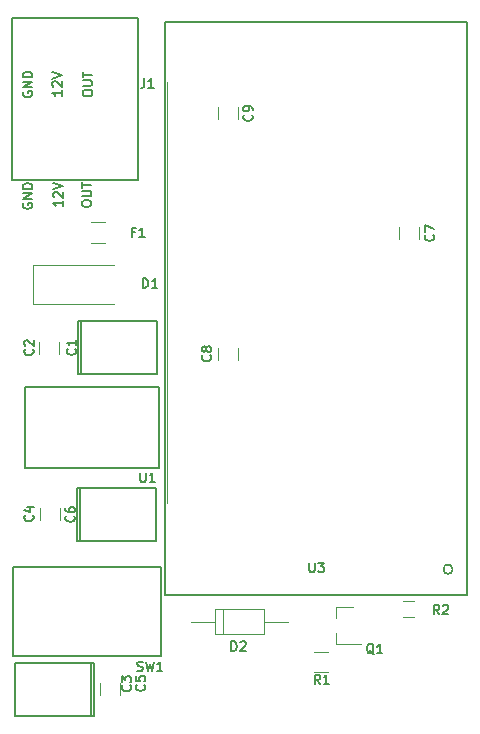
<source format=gto>
G04 #@! TF.FileFunction,Legend,Top*
%FSLAX46Y46*%
G04 Gerber Fmt 4.6, Leading zero omitted, Abs format (unit mm)*
G04 Created by KiCad (PCBNEW 4.0.6) date 01/14/18 14:47:59*
%MOMM*%
%LPD*%
G01*
G04 APERTURE LIST*
%ADD10C,0.100000*%
%ADD11C,0.150000*%
%ADD12C,0.127000*%
%ADD13C,0.120000*%
G04 APERTURE END LIST*
D10*
D11*
X6261905Y-6750000D02*
X6261905Y-6597619D01*
X6300000Y-6521428D01*
X6376190Y-6445238D01*
X6528571Y-6407143D01*
X6795238Y-6407143D01*
X6947619Y-6445238D01*
X7023810Y-6521428D01*
X7061905Y-6597619D01*
X7061905Y-6750000D01*
X7023810Y-6826190D01*
X6947619Y-6902381D01*
X6795238Y-6940476D01*
X6528571Y-6940476D01*
X6376190Y-6902381D01*
X6300000Y-6826190D01*
X6261905Y-6750000D01*
X6261905Y-6064286D02*
X6909524Y-6064286D01*
X6985714Y-6026191D01*
X7023810Y-5988095D01*
X7061905Y-5911905D01*
X7061905Y-5759524D01*
X7023810Y-5683333D01*
X6985714Y-5645238D01*
X6909524Y-5607143D01*
X6261905Y-5607143D01*
X6261905Y-5340477D02*
X6261905Y-4883334D01*
X7061905Y-5111905D02*
X6261905Y-5111905D01*
X4511905Y-6445238D02*
X4511905Y-6902381D01*
X4511905Y-6673810D02*
X3711905Y-6673810D01*
X3826190Y-6750000D01*
X3902381Y-6826191D01*
X3940476Y-6902381D01*
X3788095Y-6140476D02*
X3750000Y-6102381D01*
X3711905Y-6026190D01*
X3711905Y-5835714D01*
X3750000Y-5759524D01*
X3788095Y-5721428D01*
X3864286Y-5683333D01*
X3940476Y-5683333D01*
X4054762Y-5721428D01*
X4511905Y-6178571D01*
X4511905Y-5683333D01*
X3711905Y-5454762D02*
X4511905Y-5188095D01*
X3711905Y-4921428D01*
X1250000Y-6559523D02*
X1211905Y-6635714D01*
X1211905Y-6749999D01*
X1250000Y-6864285D01*
X1326190Y-6940476D01*
X1402381Y-6978571D01*
X1554762Y-7016666D01*
X1669048Y-7016666D01*
X1821429Y-6978571D01*
X1897619Y-6940476D01*
X1973810Y-6864285D01*
X2011905Y-6749999D01*
X2011905Y-6673809D01*
X1973810Y-6559523D01*
X1935714Y-6521428D01*
X1669048Y-6521428D01*
X1669048Y-6673809D01*
X2011905Y-6178571D02*
X1211905Y-6178571D01*
X2011905Y-5721428D01*
X1211905Y-5721428D01*
X2011905Y-5340476D02*
X1211905Y-5340476D01*
X1211905Y-5150000D01*
X1250000Y-5035714D01*
X1326190Y-4959523D01*
X1402381Y-4921428D01*
X1554762Y-4883333D01*
X1669048Y-4883333D01*
X1821429Y-4921428D01*
X1897619Y-4959523D01*
X1973810Y-5035714D01*
X2011905Y-5150000D01*
X2011905Y-5340476D01*
X6211905Y-16100000D02*
X6211905Y-15947619D01*
X6250000Y-15871428D01*
X6326190Y-15795238D01*
X6478571Y-15757143D01*
X6745238Y-15757143D01*
X6897619Y-15795238D01*
X6973810Y-15871428D01*
X7011905Y-15947619D01*
X7011905Y-16100000D01*
X6973810Y-16176190D01*
X6897619Y-16252381D01*
X6745238Y-16290476D01*
X6478571Y-16290476D01*
X6326190Y-16252381D01*
X6250000Y-16176190D01*
X6211905Y-16100000D01*
X6211905Y-15414286D02*
X6859524Y-15414286D01*
X6935714Y-15376191D01*
X6973810Y-15338095D01*
X7011905Y-15261905D01*
X7011905Y-15109524D01*
X6973810Y-15033333D01*
X6935714Y-14995238D01*
X6859524Y-14957143D01*
X6211905Y-14957143D01*
X6211905Y-14690477D02*
X6211905Y-14233334D01*
X7011905Y-14461905D02*
X6211905Y-14461905D01*
X4561905Y-15795238D02*
X4561905Y-16252381D01*
X4561905Y-16023810D02*
X3761905Y-16023810D01*
X3876190Y-16100000D01*
X3952381Y-16176191D01*
X3990476Y-16252381D01*
X3838095Y-15490476D02*
X3800000Y-15452381D01*
X3761905Y-15376190D01*
X3761905Y-15185714D01*
X3800000Y-15109524D01*
X3838095Y-15071428D01*
X3914286Y-15033333D01*
X3990476Y-15033333D01*
X4104762Y-15071428D01*
X4561905Y-15528571D01*
X4561905Y-15033333D01*
X3761905Y-14804762D02*
X4561905Y-14538095D01*
X3761905Y-14271428D01*
X1250000Y-16009523D02*
X1211905Y-16085714D01*
X1211905Y-16199999D01*
X1250000Y-16314285D01*
X1326190Y-16390476D01*
X1402381Y-16428571D01*
X1554762Y-16466666D01*
X1669048Y-16466666D01*
X1821429Y-16428571D01*
X1897619Y-16390476D01*
X1973810Y-16314285D01*
X2011905Y-16199999D01*
X2011905Y-16123809D01*
X1973810Y-16009523D01*
X1935714Y-15971428D01*
X1669048Y-15971428D01*
X1669048Y-16123809D01*
X2011905Y-15628571D02*
X1211905Y-15628571D01*
X2011905Y-15171428D01*
X1211905Y-15171428D01*
X2011905Y-14790476D02*
X1211905Y-14790476D01*
X1211905Y-14600000D01*
X1250000Y-14485714D01*
X1326190Y-14409523D01*
X1402381Y-14371428D01*
X1554762Y-14333333D01*
X1669048Y-14333333D01*
X1821429Y-14371428D01*
X1897619Y-14409523D01*
X1973810Y-14485714D01*
X2011905Y-14600000D01*
X2011905Y-14790476D01*
D12*
X5850000Y-25950000D02*
X6100000Y-25950000D01*
X5850000Y-30450000D02*
X5850000Y-25950000D01*
X6100000Y-30450000D02*
X5850000Y-30450000D01*
X12600000Y-30450000D02*
X6100000Y-30450000D01*
X12600000Y-25950000D02*
X12600000Y-30450000D01*
X6100000Y-25950000D02*
X12600000Y-25950000D01*
X6100000Y-30450000D02*
X6100000Y-25950000D01*
D13*
X4300000Y-28750000D02*
X4300000Y-27750000D01*
X2600000Y-27750000D02*
X2600000Y-28750000D01*
D12*
X7250000Y-59400000D02*
X7000000Y-59400000D01*
X7250000Y-54900000D02*
X7250000Y-59400000D01*
X7000000Y-54900000D02*
X7250000Y-54900000D01*
X500000Y-54900000D02*
X7000000Y-54900000D01*
X500000Y-59400000D02*
X500000Y-54900000D01*
X7000000Y-59400000D02*
X500000Y-59400000D01*
X7000000Y-54900000D02*
X7000000Y-59400000D01*
D13*
X4350000Y-42850000D02*
X4350000Y-41850000D01*
X2650000Y-41850000D02*
X2650000Y-42850000D01*
X7700000Y-56600000D02*
X7700000Y-57600000D01*
X9400000Y-57600000D02*
X9400000Y-56600000D01*
D12*
X5750000Y-40100000D02*
X6000000Y-40100000D01*
X5750000Y-44600000D02*
X5750000Y-40100000D01*
X6000000Y-44600000D02*
X5750000Y-44600000D01*
X12500000Y-44600000D02*
X6000000Y-44600000D01*
X12500000Y-40100000D02*
X12500000Y-44600000D01*
X6000000Y-40100000D02*
X12500000Y-40100000D01*
X6000000Y-44600000D02*
X6000000Y-40100000D01*
D13*
X34750000Y-19050000D02*
X34750000Y-18050000D01*
X33050000Y-18050000D02*
X33050000Y-19050000D01*
X17700000Y-28250000D02*
X17700000Y-29250000D01*
X19400000Y-29250000D02*
X19400000Y-28250000D01*
X19400000Y-8900000D02*
X19400000Y-7900000D01*
X17700000Y-7900000D02*
X17700000Y-8900000D01*
X17510000Y-50390000D02*
X17510000Y-52510000D01*
X17510000Y-52510000D02*
X21630000Y-52510000D01*
X21630000Y-52510000D02*
X21630000Y-50390000D01*
X21630000Y-50390000D02*
X17510000Y-50390000D01*
X15470000Y-51450000D02*
X17510000Y-51450000D01*
X23670000Y-51450000D02*
X21630000Y-51450000D01*
X18170000Y-50390000D02*
X18170000Y-52510000D01*
X6950000Y-17620000D02*
X8150000Y-17620000D01*
X8150000Y-19380000D02*
X6950000Y-19380000D01*
D12*
X300000Y-320000D02*
X300000Y-14020000D01*
X300000Y-14020000D02*
X10960000Y-14020000D01*
X300000Y-320000D02*
X10960000Y-320000D01*
X10960000Y-320000D02*
X10960000Y-14020000D01*
D13*
X27690000Y-50170000D02*
X27690000Y-51100000D01*
X27690000Y-53330000D02*
X27690000Y-52400000D01*
X27690000Y-53330000D02*
X29850000Y-53330000D01*
X27690000Y-50170000D02*
X29150000Y-50170000D01*
X25850000Y-53970000D02*
X27050000Y-53970000D01*
X27050000Y-55730000D02*
X25850000Y-55730000D01*
X33350000Y-49720000D02*
X34350000Y-49720000D01*
X34350000Y-51080000D02*
X33350000Y-51080000D01*
D12*
X12900000Y-54300000D02*
X400000Y-54300000D01*
X400000Y-46800000D02*
X12900000Y-46800000D01*
X12900000Y-54300000D02*
X12900000Y-46800000D01*
X400000Y-54300000D02*
X400000Y-46800000D01*
X12550000Y-31550000D02*
X12700000Y-31550000D01*
X12550000Y-31550000D02*
X12500000Y-31550000D01*
X12550000Y-38400000D02*
X12700000Y-38400000D01*
X12700000Y-38400000D02*
X12700000Y-31550000D01*
X12550000Y-31550000D02*
X1400000Y-31550000D01*
X1400000Y-31550000D02*
X1400000Y-38400000D01*
X1400000Y-38400000D02*
X12550000Y-38400000D01*
D11*
X37590512Y-46990000D02*
G75*
G03X37590512Y-46990000I-390512J0D01*
G01*
X38850000Y-49140000D02*
X13250000Y-49140000D01*
X13250000Y-640000D02*
X38850000Y-640000D01*
X38850000Y-49140000D02*
X38850000Y-640000D01*
X13250000Y-49140000D02*
X13250000Y-640000D01*
D13*
X13370000Y-41400000D02*
X13370000Y-5780000D01*
X2050000Y-21200000D02*
X2050000Y-24500000D01*
X2050000Y-24500000D02*
X8950000Y-24500000D01*
X2050000Y-21200000D02*
X8950000Y-21200000D01*
D11*
X5635714Y-28333333D02*
X5673810Y-28371428D01*
X5711905Y-28485714D01*
X5711905Y-28561904D01*
X5673810Y-28676190D01*
X5597619Y-28752381D01*
X5521429Y-28790476D01*
X5369048Y-28828571D01*
X5254762Y-28828571D01*
X5102381Y-28790476D01*
X5026190Y-28752381D01*
X4950000Y-28676190D01*
X4911905Y-28561904D01*
X4911905Y-28485714D01*
X4950000Y-28371428D01*
X4988095Y-28333333D01*
X5711905Y-27571428D02*
X5711905Y-28028571D01*
X5711905Y-27800000D02*
X4911905Y-27800000D01*
X5026190Y-27876190D01*
X5102381Y-27952381D01*
X5140476Y-28028571D01*
X2035714Y-28383333D02*
X2073810Y-28421428D01*
X2111905Y-28535714D01*
X2111905Y-28611904D01*
X2073810Y-28726190D01*
X1997619Y-28802381D01*
X1921429Y-28840476D01*
X1769048Y-28878571D01*
X1654762Y-28878571D01*
X1502381Y-28840476D01*
X1426190Y-28802381D01*
X1350000Y-28726190D01*
X1311905Y-28611904D01*
X1311905Y-28535714D01*
X1350000Y-28421428D01*
X1388095Y-28383333D01*
X1388095Y-28078571D02*
X1350000Y-28040476D01*
X1311905Y-27964285D01*
X1311905Y-27773809D01*
X1350000Y-27697619D01*
X1388095Y-27659523D01*
X1464286Y-27621428D01*
X1540476Y-27621428D01*
X1654762Y-27659523D01*
X2111905Y-28116666D01*
X2111905Y-27621428D01*
X10285714Y-56833333D02*
X10323810Y-56871428D01*
X10361905Y-56985714D01*
X10361905Y-57061904D01*
X10323810Y-57176190D01*
X10247619Y-57252381D01*
X10171429Y-57290476D01*
X10019048Y-57328571D01*
X9904762Y-57328571D01*
X9752381Y-57290476D01*
X9676190Y-57252381D01*
X9600000Y-57176190D01*
X9561905Y-57061904D01*
X9561905Y-56985714D01*
X9600000Y-56871428D01*
X9638095Y-56833333D01*
X9561905Y-56566666D02*
X9561905Y-56071428D01*
X9866667Y-56338095D01*
X9866667Y-56223809D01*
X9904762Y-56147619D01*
X9942857Y-56109523D01*
X10019048Y-56071428D01*
X10209524Y-56071428D01*
X10285714Y-56109523D01*
X10323810Y-56147619D01*
X10361905Y-56223809D01*
X10361905Y-56452381D01*
X10323810Y-56528571D01*
X10285714Y-56566666D01*
X2035714Y-42433333D02*
X2073810Y-42471428D01*
X2111905Y-42585714D01*
X2111905Y-42661904D01*
X2073810Y-42776190D01*
X1997619Y-42852381D01*
X1921429Y-42890476D01*
X1769048Y-42928571D01*
X1654762Y-42928571D01*
X1502381Y-42890476D01*
X1426190Y-42852381D01*
X1350000Y-42776190D01*
X1311905Y-42661904D01*
X1311905Y-42585714D01*
X1350000Y-42471428D01*
X1388095Y-42433333D01*
X1578571Y-41747619D02*
X2111905Y-41747619D01*
X1273810Y-41938095D02*
X1845238Y-42128571D01*
X1845238Y-41633333D01*
X11485714Y-56783333D02*
X11523810Y-56821428D01*
X11561905Y-56935714D01*
X11561905Y-57011904D01*
X11523810Y-57126190D01*
X11447619Y-57202381D01*
X11371429Y-57240476D01*
X11219048Y-57278571D01*
X11104762Y-57278571D01*
X10952381Y-57240476D01*
X10876190Y-57202381D01*
X10800000Y-57126190D01*
X10761905Y-57011904D01*
X10761905Y-56935714D01*
X10800000Y-56821428D01*
X10838095Y-56783333D01*
X10761905Y-56059523D02*
X10761905Y-56440476D01*
X11142857Y-56478571D01*
X11104762Y-56440476D01*
X11066667Y-56364285D01*
X11066667Y-56173809D01*
X11104762Y-56097619D01*
X11142857Y-56059523D01*
X11219048Y-56021428D01*
X11409524Y-56021428D01*
X11485714Y-56059523D01*
X11523810Y-56097619D01*
X11561905Y-56173809D01*
X11561905Y-56364285D01*
X11523810Y-56440476D01*
X11485714Y-56478571D01*
X5535714Y-42483333D02*
X5573810Y-42521428D01*
X5611905Y-42635714D01*
X5611905Y-42711904D01*
X5573810Y-42826190D01*
X5497619Y-42902381D01*
X5421429Y-42940476D01*
X5269048Y-42978571D01*
X5154762Y-42978571D01*
X5002381Y-42940476D01*
X4926190Y-42902381D01*
X4850000Y-42826190D01*
X4811905Y-42711904D01*
X4811905Y-42635714D01*
X4850000Y-42521428D01*
X4888095Y-42483333D01*
X4811905Y-41797619D02*
X4811905Y-41950000D01*
X4850000Y-42026190D01*
X4888095Y-42064285D01*
X5002381Y-42140476D01*
X5154762Y-42178571D01*
X5459524Y-42178571D01*
X5535714Y-42140476D01*
X5573810Y-42102381D01*
X5611905Y-42026190D01*
X5611905Y-41873809D01*
X5573810Y-41797619D01*
X5535714Y-41759523D01*
X5459524Y-41721428D01*
X5269048Y-41721428D01*
X5192857Y-41759523D01*
X5154762Y-41797619D01*
X5116667Y-41873809D01*
X5116667Y-42026190D01*
X5154762Y-42102381D01*
X5192857Y-42140476D01*
X5269048Y-42178571D01*
X35935714Y-18683333D02*
X35973810Y-18721428D01*
X36011905Y-18835714D01*
X36011905Y-18911904D01*
X35973810Y-19026190D01*
X35897619Y-19102381D01*
X35821429Y-19140476D01*
X35669048Y-19178571D01*
X35554762Y-19178571D01*
X35402381Y-19140476D01*
X35326190Y-19102381D01*
X35250000Y-19026190D01*
X35211905Y-18911904D01*
X35211905Y-18835714D01*
X35250000Y-18721428D01*
X35288095Y-18683333D01*
X35211905Y-18416666D02*
X35211905Y-17883333D01*
X36011905Y-18226190D01*
X17085714Y-28883333D02*
X17123810Y-28921428D01*
X17161905Y-29035714D01*
X17161905Y-29111904D01*
X17123810Y-29226190D01*
X17047619Y-29302381D01*
X16971429Y-29340476D01*
X16819048Y-29378571D01*
X16704762Y-29378571D01*
X16552381Y-29340476D01*
X16476190Y-29302381D01*
X16400000Y-29226190D01*
X16361905Y-29111904D01*
X16361905Y-29035714D01*
X16400000Y-28921428D01*
X16438095Y-28883333D01*
X16704762Y-28426190D02*
X16666667Y-28502381D01*
X16628571Y-28540476D01*
X16552381Y-28578571D01*
X16514286Y-28578571D01*
X16438095Y-28540476D01*
X16400000Y-28502381D01*
X16361905Y-28426190D01*
X16361905Y-28273809D01*
X16400000Y-28197619D01*
X16438095Y-28159523D01*
X16514286Y-28121428D01*
X16552381Y-28121428D01*
X16628571Y-28159523D01*
X16666667Y-28197619D01*
X16704762Y-28273809D01*
X16704762Y-28426190D01*
X16742857Y-28502381D01*
X16780952Y-28540476D01*
X16857143Y-28578571D01*
X17009524Y-28578571D01*
X17085714Y-28540476D01*
X17123810Y-28502381D01*
X17161905Y-28426190D01*
X17161905Y-28273809D01*
X17123810Y-28197619D01*
X17085714Y-28159523D01*
X17009524Y-28121428D01*
X16857143Y-28121428D01*
X16780952Y-28159523D01*
X16742857Y-28197619D01*
X16704762Y-28273809D01*
X20585714Y-8533333D02*
X20623810Y-8571428D01*
X20661905Y-8685714D01*
X20661905Y-8761904D01*
X20623810Y-8876190D01*
X20547619Y-8952381D01*
X20471429Y-8990476D01*
X20319048Y-9028571D01*
X20204762Y-9028571D01*
X20052381Y-8990476D01*
X19976190Y-8952381D01*
X19900000Y-8876190D01*
X19861905Y-8761904D01*
X19861905Y-8685714D01*
X19900000Y-8571428D01*
X19938095Y-8533333D01*
X20661905Y-8152381D02*
X20661905Y-8000000D01*
X20623810Y-7923809D01*
X20585714Y-7885714D01*
X20471429Y-7809523D01*
X20319048Y-7771428D01*
X20014286Y-7771428D01*
X19938095Y-7809523D01*
X19900000Y-7847619D01*
X19861905Y-7923809D01*
X19861905Y-8076190D01*
X19900000Y-8152381D01*
X19938095Y-8190476D01*
X20014286Y-8228571D01*
X20204762Y-8228571D01*
X20280952Y-8190476D01*
X20319048Y-8152381D01*
X20357143Y-8076190D01*
X20357143Y-7923809D01*
X20319048Y-7847619D01*
X20280952Y-7809523D01*
X20204762Y-7771428D01*
X18859524Y-53911905D02*
X18859524Y-53111905D01*
X19050000Y-53111905D01*
X19164286Y-53150000D01*
X19240477Y-53226190D01*
X19278572Y-53302381D01*
X19316667Y-53454762D01*
X19316667Y-53569048D01*
X19278572Y-53721429D01*
X19240477Y-53797619D01*
X19164286Y-53873810D01*
X19050000Y-53911905D01*
X18859524Y-53911905D01*
X19621429Y-53188095D02*
X19659524Y-53150000D01*
X19735715Y-53111905D01*
X19926191Y-53111905D01*
X20002381Y-53150000D01*
X20040477Y-53188095D01*
X20078572Y-53264286D01*
X20078572Y-53340476D01*
X20040477Y-53454762D01*
X19583334Y-53911905D01*
X20078572Y-53911905D01*
X10683334Y-18442857D02*
X10416667Y-18442857D01*
X10416667Y-18861905D02*
X10416667Y-18061905D01*
X10797620Y-18061905D01*
X11521429Y-18861905D02*
X11064286Y-18861905D01*
X11292857Y-18861905D02*
X11292857Y-18061905D01*
X11216667Y-18176190D01*
X11140476Y-18252381D01*
X11064286Y-18290476D01*
X11483334Y-5441905D02*
X11483334Y-6013333D01*
X11445238Y-6127619D01*
X11369048Y-6203810D01*
X11254762Y-6241905D01*
X11178572Y-6241905D01*
X12283334Y-6241905D02*
X11826191Y-6241905D01*
X12054762Y-6241905D02*
X12054762Y-5441905D01*
X11978572Y-5556190D01*
X11902381Y-5632381D01*
X11826191Y-5670476D01*
X30923810Y-54188095D02*
X30847619Y-54150000D01*
X30771429Y-54073810D01*
X30657143Y-53959524D01*
X30580952Y-53921429D01*
X30504762Y-53921429D01*
X30542857Y-54111905D02*
X30466667Y-54073810D01*
X30390476Y-53997619D01*
X30352381Y-53845238D01*
X30352381Y-53578571D01*
X30390476Y-53426190D01*
X30466667Y-53350000D01*
X30542857Y-53311905D01*
X30695238Y-53311905D01*
X30771429Y-53350000D01*
X30847619Y-53426190D01*
X30885714Y-53578571D01*
X30885714Y-53845238D01*
X30847619Y-53997619D01*
X30771429Y-54073810D01*
X30695238Y-54111905D01*
X30542857Y-54111905D01*
X31647619Y-54111905D02*
X31190476Y-54111905D01*
X31419047Y-54111905D02*
X31419047Y-53311905D01*
X31342857Y-53426190D01*
X31266666Y-53502381D01*
X31190476Y-53540476D01*
X26366667Y-56711905D02*
X26100000Y-56330952D01*
X25909524Y-56711905D02*
X25909524Y-55911905D01*
X26214286Y-55911905D01*
X26290477Y-55950000D01*
X26328572Y-55988095D01*
X26366667Y-56064286D01*
X26366667Y-56178571D01*
X26328572Y-56254762D01*
X26290477Y-56292857D01*
X26214286Y-56330952D01*
X25909524Y-56330952D01*
X27128572Y-56711905D02*
X26671429Y-56711905D01*
X26900000Y-56711905D02*
X26900000Y-55911905D01*
X26823810Y-56026190D01*
X26747619Y-56102381D01*
X26671429Y-56140476D01*
X36466667Y-50811905D02*
X36200000Y-50430952D01*
X36009524Y-50811905D02*
X36009524Y-50011905D01*
X36314286Y-50011905D01*
X36390477Y-50050000D01*
X36428572Y-50088095D01*
X36466667Y-50164286D01*
X36466667Y-50278571D01*
X36428572Y-50354762D01*
X36390477Y-50392857D01*
X36314286Y-50430952D01*
X36009524Y-50430952D01*
X36771429Y-50088095D02*
X36809524Y-50050000D01*
X36885715Y-50011905D01*
X37076191Y-50011905D01*
X37152381Y-50050000D01*
X37190477Y-50088095D01*
X37228572Y-50164286D01*
X37228572Y-50240476D01*
X37190477Y-50354762D01*
X36733334Y-50811905D01*
X37228572Y-50811905D01*
X10883333Y-55573810D02*
X10997619Y-55611905D01*
X11188095Y-55611905D01*
X11264285Y-55573810D01*
X11302381Y-55535714D01*
X11340476Y-55459524D01*
X11340476Y-55383333D01*
X11302381Y-55307143D01*
X11264285Y-55269048D01*
X11188095Y-55230952D01*
X11035714Y-55192857D01*
X10959523Y-55154762D01*
X10921428Y-55116667D01*
X10883333Y-55040476D01*
X10883333Y-54964286D01*
X10921428Y-54888095D01*
X10959523Y-54850000D01*
X11035714Y-54811905D01*
X11226190Y-54811905D01*
X11340476Y-54850000D01*
X11607143Y-54811905D02*
X11797619Y-55611905D01*
X11950000Y-55040476D01*
X12102381Y-55611905D01*
X12292857Y-54811905D01*
X13016667Y-55611905D02*
X12559524Y-55611905D01*
X12788095Y-55611905D02*
X12788095Y-54811905D01*
X12711905Y-54926190D01*
X12635714Y-55002381D01*
X12559524Y-55040476D01*
X11140476Y-38811905D02*
X11140476Y-39459524D01*
X11178571Y-39535714D01*
X11216667Y-39573810D01*
X11292857Y-39611905D01*
X11445238Y-39611905D01*
X11521429Y-39573810D01*
X11559524Y-39535714D01*
X11597619Y-39459524D01*
X11597619Y-38811905D01*
X12397619Y-39611905D02*
X11940476Y-39611905D01*
X12169047Y-39611905D02*
X12169047Y-38811905D01*
X12092857Y-38926190D01*
X12016666Y-39002381D01*
X11940476Y-39040476D01*
X25440476Y-46451905D02*
X25440476Y-47099524D01*
X25478571Y-47175714D01*
X25516667Y-47213810D01*
X25592857Y-47251905D01*
X25745238Y-47251905D01*
X25821429Y-47213810D01*
X25859524Y-47175714D01*
X25897619Y-47099524D01*
X25897619Y-46451905D01*
X26202381Y-46451905D02*
X26697619Y-46451905D01*
X26430952Y-46756667D01*
X26545238Y-46756667D01*
X26621428Y-46794762D01*
X26659524Y-46832857D01*
X26697619Y-46909048D01*
X26697619Y-47099524D01*
X26659524Y-47175714D01*
X26621428Y-47213810D01*
X26545238Y-47251905D01*
X26316666Y-47251905D01*
X26240476Y-47213810D01*
X26202381Y-47175714D01*
X11359524Y-23161905D02*
X11359524Y-22361905D01*
X11550000Y-22361905D01*
X11664286Y-22400000D01*
X11740477Y-22476190D01*
X11778572Y-22552381D01*
X11816667Y-22704762D01*
X11816667Y-22819048D01*
X11778572Y-22971429D01*
X11740477Y-23047619D01*
X11664286Y-23123810D01*
X11550000Y-23161905D01*
X11359524Y-23161905D01*
X12578572Y-23161905D02*
X12121429Y-23161905D01*
X12350000Y-23161905D02*
X12350000Y-22361905D01*
X12273810Y-22476190D01*
X12197619Y-22552381D01*
X12121429Y-22590476D01*
M02*

</source>
